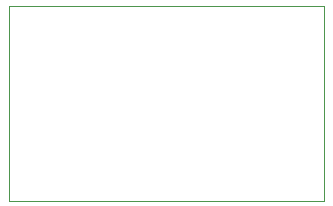
<source format=gbr>
%TF.GenerationSoftware,KiCad,Pcbnew,(7.0.0)*%
%TF.CreationDate,2023-08-01T12:49:58+01:00*%
%TF.ProjectId,TAStable,54415374-6162-46c6-952e-6b696361645f,rev?*%
%TF.SameCoordinates,Original*%
%TF.FileFunction,Profile,NP*%
%FSLAX46Y46*%
G04 Gerber Fmt 4.6, Leading zero omitted, Abs format (unit mm)*
G04 Created by KiCad (PCBNEW (7.0.0)) date 2023-08-01 12:49:58*
%MOMM*%
%LPD*%
G01*
G04 APERTURE LIST*
%TA.AperFunction,Profile*%
%ADD10C,0.100000*%
%TD*%
G04 APERTURE END LIST*
D10*
X145250000Y-91750000D02*
X118500000Y-91750000D01*
X145250000Y-108250000D02*
X145250000Y-91750000D01*
X129000000Y-108250000D02*
X118500000Y-108250000D01*
X129000000Y-108250000D02*
X145250000Y-108250000D01*
X118500000Y-91750000D02*
X118500000Y-108250000D01*
M02*

</source>
